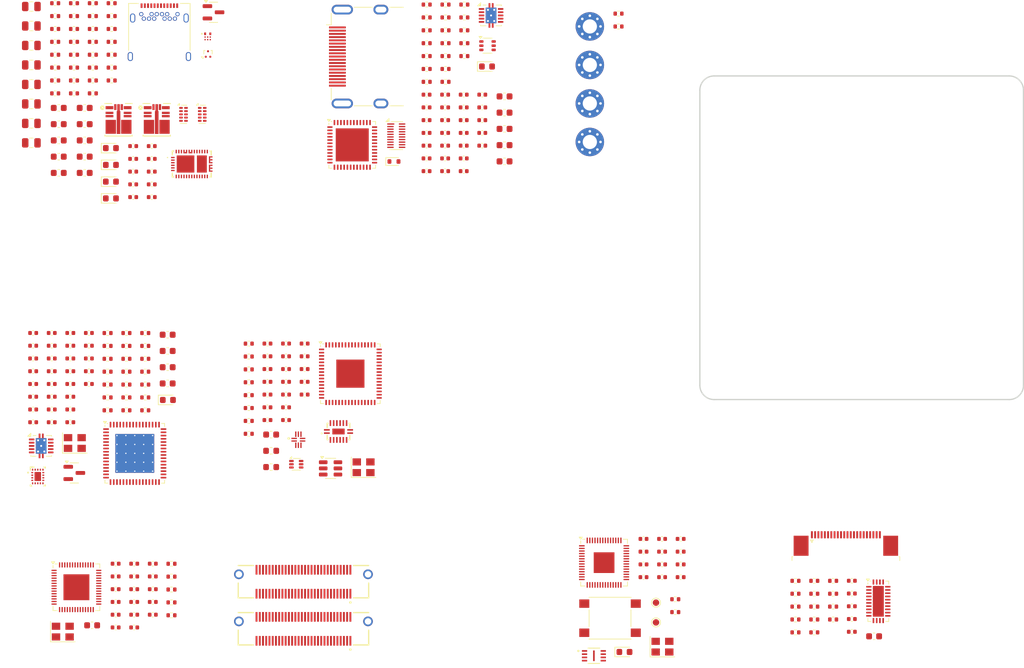
<source format=kicad_pcb>
(kicad_pcb (version 20240108) (generator "pcbnew") (generator_version "8.0")
  (layers (0 "F.Cu" signal) (1 "In1.Cu" signal) (2 "In2.Cu" signal) (3 "In3.Cu" signal) (4 "In4.Cu" signal) (5 "In5.Cu" signal) (6 "In6.Cu" signal) (31 "B.Cu" signal) (34 "B.Paste" user) (35 "F.Paste" user) (36 "B.SilkS" user "B.Silkscreen") (37 "F.SilkS" user "F.Silkscreen") (38 "B.Mask" user) (39 "F.Mask" user) (44 "Edge.Cuts" user))
  (net 0 "")
  (net 1 "/Top/Power/VBUS_IN")
  (net 2 "GND")
  (net 3 "/Top/Power/PP_VUSB_R")
  (net 4 "+3V3")
  (net 5 "/Top/Power/USB_CC1")
  (net 6 "/Top/Power/USB_CC2")
  (net 7 "/Top/Power/VIN_3V3")
  (net 8 "/Top/Power/LDO_3V3")
  (net 9 "/Top/Power/LDO_1V5")
  (net 10 "Net-(U3-VCC)")
  (net 11 "+1V8")
  (net 12 "Net-(U6-VCC)")
  (net 13 "/Top/USB-JTAG/FT_VPLL")
  (net 14 "/Top/USB-JTAG/FT2232_VCORE")
  (net 15 "/Top/USB-JTAG/FT_VPHY")
  (net 16 "/Top/USB-JTAG/FT2232_XI")
  (net 17 "/Top/USB-JTAG/FT2232_XO")
  (net 18 "/Top/USB-FIFO/FT600_VCORE")
  (net 19 "/Top/USB-FIFO/FT600_XI")
  (net 20 "/Top/USB-FIFO/FT600_XO")
  (net 21 "/Top/MCU/MCU_1V1")
  (net 22 "/Top/MCU/MCU_XI")
  (net 23 "/Top/MCU/MCU_XO")
  (net 24 "+1V1")
  (net 25 "Net-(U16-SS)")
  (net 26 "/Top/USB Hub/USB_FIFO_TX_P")
  (net 27 "/Top/USB Hub/SSTX1_P")
  (net 28 "/Top/USB Hub/RXA_N")
  (net 29 "/Top/USB Hub/USB3_RX_N")
  (net 30 "/Top/USB Hub/SSTX1_N")
  (net 31 "/Top/USB Hub/USB_FIFO_TX_N")
  (net 32 "/Top/USB Hub/USB3_RX_P")
  (net 33 "/Top/USB Hub/RXA_P")
  (net 34 "/Top/USB Hub/TXC_1_N")
  (net 35 "/Top/Power/USB3_TX1_N")
  (net 36 "/Top/USB Hub/TXA_N")
  (net 37 "/Top/USB Hub/USB3_TX_N")
  (net 38 "Net-(U18-GRSTz)")
  (net 39 "/Top/USB Hub/TXC_1_P")
  (net 40 "/Top/Power/USB3_TX1_P")
  (net 41 "/Top/USB Hub/USB3_TX_P")
  (net 42 "/Top/USB Hub/TXA_P")
  (net 43 "/Top/USB Hub/TXC_2_N")
  (net 44 "/Top/Power/USB3_TX2_N")
  (net 45 "/Top/USB Hub/TXC_2_P")
  (net 46 "/Top/Power/USB3_TX2_P")
  (net 47 "/Top/USB Hub/HUB_XO")
  (net 48 "/Top/USB Hub/HUB_XI")
  (net 49 "+5V")
  (net 50 "/Top/HDMI/PP_1V1_HDMI")
  (net 51 "Net-(U19-SS)")
  (net 52 "/Top/HDMI/HDMI_C_D2_N")
  (net 53 "/Top/B2B/HDMI_D2_N")
  (net 54 "/Top/HDMI/HDMI_C_D2_P")
  (net 55 "/Top/B2B/HDMI_D2_P")
  (net 56 "Net-(C129-Pad1)")
  (net 57 "/Top/B2B/HDMI_D1_N")
  (net 58 "/Top/HDMI/HDMI_C_D1_N")
  (net 59 "/Top/B2B/HDMI_D1_P")
  (net 60 "/Top/HDMI/HDMI_C_D1_P")
  (net 61 "/Top/B2B/HDMI_D0_N")
  (net 62 "/Top/HDMI/HDMI_C_D0_N")
  (net 63 "/Top/HDMI/HDMI_C_D0_P")
  (net 64 "/Top/B2B/HDMI_D0_P")
  (net 65 "/Top/B2B/HDMI_CLK_N")
  (net 66 "/Top/HDMI/HDMI_C_CLK_N")
  (net 67 "/Top/HDMI/HDMI_C_CLK_P")
  (net 68 "/Top/B2B/HDMI_CLK_P")
  (net 69 "/Top/HDMI/HDMI_C_AUX_N")
  (net 70 "/Top/B2B/HDMI_AUX_N")
  (net 71 "/Top/HDMI/HDMI_C_AUX_P")
  (net 72 "/Top/B2B/HDMI_AUX_P")
  (net 73 "/Top/B2B/HDMI_OE")
  (net 74 "/Top/Camera FPC/MIPI_VCORE")
  (net 75 "Net-(D1-A)")
  (net 76 "Net-(D1-K)")
  (net 77 "Net-(D2-A)")
  (net 78 "Net-(D3-K)")
  (net 79 "Net-(D3-A)")
  (net 80 "Net-(D4-A)")
  (net 81 "Net-(D4-K)")
  (net 82 "Net-(D5-A)")
  (net 83 "Net-(D6-K)")
  (net 84 "Net-(D6-A)")
  (net 85 "Net-(D7-K)")
  (net 86 "Net-(D7-A)")
  (net 87 "/Top/HDMI/HDMI_C_CEC")
  (net 88 "Net-(D8-A)")
  (net 89 "/Top/Power/USB2_D_N")
  (net 90 "/Top/Power/USB3_RX1_P")
  (net 91 "/Top/Power/USB3_RX2_P")
  (net 92 "/Top/Power/USB3_RX1_N")
  (net 93 "/Top/Power/USB3_RX2_N")
  (net 94 "/Top/Power/USB2_D_P")
  (net 97 "/Top/B2B/FT600_RST")
  (net 98 "/Top/B2B/FT600_RD")
  (net 99 "/Top/B2B/HDMI_TX_TERM_CTL")
  (net 100 "/Top/B2B/HDMI_I2C_EN")
  (net 101 "/Top/B2B/JTAG_TDI")
  (net 102 "/Top/B2B/FIFO_BE1")
  (net 103 "/Top/B2B/JTAG_TCK")
  (net 104 "/Top/B2B/HDMI_HPD_SRC")
  (net 105 "/Top/B2B/JTAG_TDO")
  (net 106 "/Top/PP_VUSB")
  (net 107 "/Top/B2B/FT600_RXE")
  (net 108 "/Top/B2B/HDMI_EQ_SEL")
  (net 109 "/Top/B2B/HDMI_SCL_SRC")
  (net 110 "/Top/B2B/USB_SYSMON_D_N")
  (net 111 "/Top/B2B/FT600_OE")
  (net 112 "/Top/B2B/USB_SYSMON_D_P")
  (net 113 "/Top/B2B/HDMI_CEC")
  (net 114 "/Top/B2B/HDMI_SDA_SRC")
  (net 115 "/Top/B2B/HDMI_SLEW_CTL")
  (net 116 "/Top/B2B/HDMI_CEC_EN")
  (net 117 "/Top/B2B/UART_RX")
  (net 118 "/Top/B2B/FT600_WR")
  (net 119 "/Top/B2B/HDMI_SWAP")
  (net 120 "/Top/B2B/FPGA_I2C_SCL")
  (net 121 "/Top/B2B/HDMI_PRE_SEL")
  (net 122 "/Top/B2B/FPGA_I2C_SDA")
  (net 123 "/Top/B2B/FT600_WAKEUP")
  (net 124 "/Top/B2B/JTAG_TMS")
  (net 125 "/Top/B2B/HDMI_SEL")
  (net 126 "/Top/B2B/UART_TX")
  (net 127 "/Top/B2B/FIFO_BE0")
  (net 128 "/Top/B2B/FT600_TXE")
  (net 129 "/Top/B2B/MBUS_D8")
  (net 130 "/Top/B2B/MIPI_D1_N")
  (net 131 "/Top/B2B/MBUS_D13")
  (net 132 "/Top/B2B/MIPI_CLK_N")
  (net 133 "/Top/B2B/FIFO_D10")
  (net 134 "/Top/B2B/FIFO_D2")
  (net 135 "/Top/B2B/CAM_PWR_EN")
  (net 136 "/Top/B2B/MBUS_D0")
  (net 137 "/Top/B2B/MBUS_D1")
  (net 138 "/Top/B2B/FIFO_D7")
  (net 139 "/Top/B2B/FIFO_D1")
  (net 140 "/Top/B2B/MIPI_D0_N")
  (net 141 "/Top/B2B/FIFO_D5")
  (net 142 "/Top/B2B/FIFO_D3")
  (net 143 "/Top/B2B/FIFO_D14")
  (net 144 "/Top/B2B/MBUS_D11")
  (net 145 "/Top/B2B/FIFO_CLK")
  (net 146 "/Top/B2B/MBUS_D4")
  (net 147 "/Top/B2B/FIFO_D15")
  (net 148 "/Top/B2B/FIFO_D0")
  (net 149 "/Top/B2B/MBUS_D9")
  (net 150 "/Top/B2B/MBUS_D7")
  (net 151 "/Top/B2B/MIPI_D0_P")
  (net 152 "/Top/B2B/MIPI_CLK_P")
  (net 153 "/Top/B2B/FIFO_D4")
  (net 154 "/Top/B2B/MBUS_D12")
  (net 155 "/Top/B2B/MIPI_D1_P")
  (net 156 "/Top/B2B/FIFO_D13")
  (net 157 "/Top/B2B/FIFO_D6")
  (net 158 "/Top/B2B/MIPI_D3_P")
  (net 159 "/Top/B2B/FIFO_D9")
  (net 160 "/Top/B2B/MIPI_D2_N")
  (net 161 "/Top/B2B/MBUS_D15")
  (net 162 "/Top/B2B/FIFO_D11")
  (net 163 "/Top/B2B/MIPI_D2_P")
  (net 164 "/Top/B2B/MBUS_D3")
  (net 165 "/Top/B2B/FIFO_D8")
  (net 166 "/Top/B2B/MBUS_D6")
  (net 167 "/Top/B2B/FIFO_D12")
  (net 168 "/Top/B2B/MBUS_D2")
  (net 169 "/Top/B2B/MBUS_D5")
  (net 170 "/Top/B2B/MBUS_D14")
  (net 171 "/Top/B2B/MIPI_D3_N")
  (net 172 "/Top/B2B/MBUS_D10")
  (net 173 "/Top/B2B/CAM_LED_EN")
  (net 174 "/Top/HDMI/HDMI_C_HPD")
  (net 175 "/Top/HDMI/HDMI_C_SCL")
  (net 176 "/Top/HDMI/HDMI_C_SDA")
  (net 177 "Net-(J4-UTILITY)")
  (net 178 "/Top/Camera FPC/CAM_SDA")
  (net 179 "/Top/Camera FPC/CAM_D2_N")
  (net 180 "/Top/Camera FPC/CAM_D0_P")
  (net 181 "/Top/Camera FPC/CAM_D1_N")
  (net 182 "/Top/Camera FPC/CAM_D3_N")
  (net 183 "/Top/Camera FPC/CAM_D3_P")
  (net 184 "/Top/Camera FPC/CAM_SCL")
  (net 185 "/Top/Camera FPC/CAM_D0_N")
  (net 186 "/Top/Camera FPC/CAM_CLK_N")
  (net 187 "/Top/Camera FPC/CAM_D1_P")
  (net 188 "/Top/Camera FPC/CAM_D2_P")
  (net 189 "/Top/Camera FPC/CAM_CLK_P")
  (net 190 "Net-(Q2-D)")
  (net 191 "/Top/MCU/USBPD_PLG_FLIP")
  (net 192 "/Top/Power/VUSB_ISNS_SCL")
  (net 193 "/Top/MCU/I2C0_SCL")
  (net 194 "/Top/MCU/I2C0_SDA")
  (net 195 "/Top/MCU/VUSB_ISNS_ALRT")
  (net 196 "/Top/Power/VUSB_ISNS_SDA")
  (net 197 "/Top/Power/I2CT_SCL")
  (net 198 "/Top/Power/I2CT_SDA")
  (net 199 "/Top/Power/USBPD_ADCIN1")
  (net 200 "/Top/Power/USBPD_ADCIN2")
  (net 201 "/Top/Power/USBPD_ADCIN3")
  (net 202 "/Top/Power/USBPD_ADCIN4")
  (net 203 "Net-(R20-Pad2)")
  (net 204 "Net-(R21-Pad2)")
  (net 205 "Net-(R22-Pad2)")
  (net 206 "/Top/Power/PP3V3_FB")
  (net 207 "Net-(U3-RT)")
  (net 208 "/Top/Power/PP1V8_FB")
  (net 209 "Net-(U6-RT)")
  (net 210 "/Top/USB-JTAG/JTAG_ON")
  (net 211 "Net-(U9-REF)")
  (net 212 "Net-(U9-~{RESET})")
  (net 213 "/Top/USB-JTAG/FT2232_EPROM_CS")
  (net 214 "/Top/USB-JTAG/FT2232_EPROM_CLK")
  (net 215 "/Top/USB-JTAG/FT2232_EPROM_DO")
  (net 216 "/Top/USB-FIFO/FT600_VUSB")
  (net 217 "/Top/USB-FIFO/FT600_SIWU")
  (net 218 "Net-(SW1-B)")
  (net 219 "/Top/MCU/QSPI_CS")
  (net 220 "Net-(U15-GPIO25)")
  (net 221 "/Top/USB Hub/PP1V1_FB")
  (net 222 "/Top/USB Hub/USB2_RD_N")
  (net 223 "/Top/USB Hub/USB2_RD_P")
  (net 224 "/Top/USB Hub/USB_VBUS_DET")
  (net 225 "/Top/USB Hub/USB_FIFO_D_P")
  (net 226 "/Top/USB Hub/USB1D_P")
  (net 227 "/Top/USB Hub/USB1D_N")
  (net 228 "/Top/USB Hub/USB_FIFO_D_N")
  (net 229 "/Top/USB Hub/USB2D_P")
  (net 230 "/Top/USB Hub/USB_JTAG_D_P")
  (net 231 "/Top/USB Hub/USB2D_N")
  (net 232 "/Top/USB Hub/USB_JTAG_D_N")
  (net 233 "Net-(U18-USB_R1)")
  (net 234 "/Top/USB Hub/USB3D_P")
  (net 235 "/Top/MCU/USB_MCU_D_P")
  (net 236 "/Top/MCU/USB_MCU_D_N")
  (net 237 "/Top/USB Hub/USB3D_N")
  (net 238 "Net-(U17-CFG_B2)")
  (net 239 "/Top/USB Hub/USB4D_P")
  (net 240 "/Top/USB Hub/USB4D_N")
  (net 241 "/Top/HDMI/PP1V1H_FB")
  (net 242 "/Top/HDMI/HDMI_F_EQ_SEL")
  (net 243 "/Top/HDMI/HDMI_F_SEL")
  (net 244 "/Top/HDMI/HDMI_F_CEC_EN")
  (net 245 "Net-(U21-OE)")
  (net 246 "/Top/HDMI/HDMI_SCL_CTL")
  (net 247 "/Top/HDMI/HDMI_SDA_CTL")
  (net 248 "/Top/Camera FPC/I2C1_SCL")
  (net 249 "/Top/Camera FPC/I2C1_SDA")
  (net 250 "Net-(U20-Vsadj)")
  (net 251 "/Top/Camera FPC/EQ")
  (net 252 "/Top/Camera FPC/ERC")
  (net 253 "/Top/Camera FPC/RST")
  (net 254 "/Top/Camera FPC/CFG0")
  (net 255 "/Top/Camera FPC/CFG1")
  (net 256 "Net-(U15-SWCLK)")
  (net 257 "Net-(U15-SWD)")
  (net 258 "/Top/Power/USBPD_DRAIN")
  (net 259 "/Top/MCU/USBPD_CAP_MIS")
  (net 260 "/Top/MCU/USBPD_DBG_ACC")
  (net 261 "/Top/MCU/USBPD_PLG_EVNT")
  (net 262 "/Top/MCU/USBPD_FLT_IN")
  (net 263 "/Top/MCU/USBPD_SINK_EN")
  (net 270 "/Top/USB-JTAG/FT_JTAG_TMS")
  (net 271 "/Top/USB-JTAG/FT_JTAG_TDO")
  (net 272 "/Top/USB-JTAG/FT_JTAG_TDI")
  (net 273 "/Top/USB-JTAG/FT_JTAG_CONN_B")
  (net 274 "/Top/USB-JTAG/FT_JTAG_TCK")
  (net 276 "/Top/USB-JTAG/FT_UART_TX")
  (net 283 "/Top/USB-JTAG/FT_UART_RX")
  (net 296 "/Top/USB-JTAG/FT2232_EPROM_DI")
  (net 303 "/Top/USB-JTAG/FT_JTAG_CONN")
  (net 306 "/Top/USB Hub/USB_FIFO_RX_P")
  (net 309 "/Top/USB Hub/USB_FIFO_RX_N")
  (net 310 "/Top/MCU/QSPI_D1")
  (net 311 "/Top/MCU/QSPI_CLK")
  (net 312 "/Top/MCU/QSPI_D3")
  (net 313 "/Top/MCU/QSPI_D2")
  (net 314 "/Top/MCU/QSPI_D0")
  (net 344 "/Top/HDMI/HDMI_F_PRE_SEL")
  (net 345 "/Top/HDMI/HDMI_F_I2C_EN")
  (net 346 "/Top/HDMI/HDMI_F_TX_TERM")
  (net 347 "/Top/HDMI/HDMI_F_SLEW")
  (net 348 "/Top/HDMI/HDMI_F_SWAP")
  (footprint "Capacitor_SMD:C_0402_1005Metric" (layer "F.Cu") (at 42.31 85.78)
    (property "Reference" "C21" (hide yes))
    (property "Value" "1uF")
  )
  (footprint "Package_TO_SOT_SMD:Texas_DRT-3" (layer "F.Cu") (at 51.005 67.61)
    (property "Reference" "U4" (hide yes))
    (property "Value" "TPD2EUSB30A")
  )
  (footprint "Resistor_SMD:R_0402_1005Metric" (layer "F.Cu") (at 36.12 61.75)
    (property "Reference" "R28" (hide yes))
    (property "Value" "1K")
  )
  (footprint "Capacitor_SMD:C_0402_1005Metric" (layer "F.Cu") (at 87.64 81.77)
    (property "Reference" "C128" (hide yes))
    (property "Value" "100nF")
  )
  (footprint "Capacitor_SMD:C_0402_1005Metric" (layer "F.Cu") (at 29.7275 110.7125)
    (property "Reference" "C99" (hide yes))
    (property "Value" "100nF")
  )
  (footprint "Package_SON:VSON-10-1EP_3x3mm_P0.5mm_EP1.65x2.4mm_ThermalVias" (layer "F.Cu") (at 25.2275 128.1625)
    (property "Reference" "U16" (hide yes))
    (property "Value" "TPS74801AWDRC")
  )
  (footprint "Capacitor_SMD:C_0402_1005Metric" (layer "F.Cu") (at 121.16 142.53)
    (property "Reference" "C71" (hide yes))
    (property "Value" "100nF")
  )
  (footprint "Resistor_SMD:R_0402_1005Metric" (layer "F.Cu") (at 147.59 149.01)
    (property "Reference" "R99" (hide yes))
    (property "Value" "33R")
  )
  (footprint "Resistor_SMD:R_0402_1005Metric" (layer "F.Cu") (at 36.12 69.71)
    (property "Reference" "R32" (hide yes))
    (property "Value" "26.7K")
  )
  (footprint "Capacitor_SMD:C_0402_1005Metric" (layer "F.Cu") (at 84.77 73.89)
    (property "Reference" "C112" (hide yes))
    (property "Value" "1uF")
  )
  (footprint "Resistor_SMD:R_0402_1005Metric" (layer "F.Cu") (at 27.39 59.76)
    (property "Reference" "R3" (hide yes))
    (property "Value" "33R")
  )
  (footprint "Resistor_SMD:R_0402_1005Metric" (layer "F.Cu") (at 41.3075 114.7025)
    (property "Reference" "R65" (hide yes))
    (property "Value" "10K")
  )
  (footprint "Button_Switch_SMD:SW_SPST_PTS645" (layer "F.Cu") (at 113.12 154.78)
    (property "Reference" "SW1" (hide yes))
    (property "Value" "RST")
  )
  (footprint "Resistor_SMD:R_0402_1005Metric" (layer "F.Cu") (at 84.79 69.92)
    (property "Reference" "R75" (hide yes))
    (property "Value" "0R")
  )
  (footprint "LED_SMD:LED_0603_1608Metric" (layer "F.Cu") (at 44.8075 121.0625)
    (property "Reference" "D6" (hide yes))
    (property "Value" "1V1 FLT")
  )
  (footprint "Resistor_SMD:R_0402_1005Metric" (layer "F.Cu") (at 90.61 59.97)
    (property "Reference" "R84" (hide yes))
    (property "Value" "33R")
  )
  (footprint "Capacitor_SMD:C_0402_1005Metric" (layer "F.Cu") (at 90.51 81.77)
    (property "Reference" "C135" (hide yes))
    (property "Value" "100nF")
  )
  (footprint "Package_DFN_QFN:QFN-28-1EP_3x6mm_P0.5mm_EP1.7x4.75mm" (layer "F.Cu") (at 154.57 152.17)
    (property "Reference" "U23" (hide yes))
    (property "Value" "SN65DPHY440SS")
  )
  (footprint "Capacitor_SMD:C_0402_1005Metric" (layer "F.Cu") (at 39.6 154.24)
    (property "Reference" "C60" (hide yes))
    (property "Value" "1uF")
  )
  (footprint "Capacitor_SMD:C_0402_1005Metric" (layer "F.Cu") (at 39.44 81.84)
    (property "Reference" "C2" (hide yes))
    (property "Value" "100nF")
  )
  (footprint "Capacitor_SMD:C_0402_1005Metric" (layer "F.Cu") (at 63.06 118.26)
    (property "Reference" "C39" (hide yes))
    (property "Value" "100nF")
  )
  (footprint "Capacitor_SMD:C_0402_1005Metric" (layer "F.Cu") (at 60.19 122.2)
    (property "Reference" "C34" (hide yes))
    (property "Value" "100nF")
  )
  (footprint "Capacitor_SMD:C_0402_1005Metric" (layer "F.Cu") (at 84.77 83.74)
    (property "Reference" "C121" (hide yes))
    (property "Value" "100nF")
  )
  (footprint "Capacitor_SMD:C_0402_1005Metric" (layer "F.Cu") (at 124.03 148.44)
    (property "Reference" "C78" (hide yes))
    (property "Value" "18pF")
  )
  (footprint "Resistor_SMD:R_0402_1005Metric" (layer "F.Cu") (at 87.7 63.95)
    (property "Reference" "R79" (hide yes))
    (property "Value" "100K")
  )
  (footprint "MountingHole:MountingHole_2.2mm_M2_Pad_Via" (layer "F.Cu") (at 110 81.2)
    (property "Reference" "TP4" (hide yes))
    (property "Value" "MH")
  )
  (footprint "Package_SON:USON-10_2.5x1.0mm_P0.5mm" (layer "F.Cu") (at 50.11 76.935)
    (property "Reference" "U7" (hide yes))
    (property "Value" "TPD4EUSB30")
  )
  (footprint "Capacitor_SMD:C_0402_1005Metric" (layer "F.Cu") (at 42.47 148.33)
    (property "Reference" "C63" (hide yes))
    (property "Value" "100nF")
  )
  (footprint "Connector_USB:USB_C_Receptacle_Amphenol_12401548E4-2A" (layer "F.Cu") (at 43.49 65.16)
    (property "Reference" "J1" (hide yes))
    (property "Value" "USB_C_Receptacle")
  )
  (footprint "Capacitor_SMD:C_0603_1608Metric" (layer "F.Cu") (at 27.94 75.94)
    (property "Reference" "C1" (hide yes))
    (property "Value" "10uF")
  )
  (footprint "Resistor_SMD:R_0402_1005Metric" (layer "F.Cu") (at 147.59 154.98)
    (property "Reference" "R102" (hide yes))
    (property "Value" "33R")
  )
  (footprint "Capacitor_SMD:C_0402_1005Metric" (layer "F.Cu") (at 42.47 152.27)
    (property "Reference" "C65" (hide yes))
    (property "Value" "18pF")
  )
  (footprint "Resistor_SMD:R_0402_1005Metric" (layer "F.Cu") (at 30.3 67.72)
    (property "Reference" "R15" (hide yes))
    (property "Value" "190K")
  )
  (footprint "Resistor_SMD:R_0402_1005Metric" (layer "F.Cu") (at 33.21 63.74)
    (property "Reference" "R21" (hide yes))
    (property "Value" "10K")
  )
  (footprint "Capacitor_SMD:C_0603_1608Metric" (layer "F.Cu") (at 31.95 75.94)
    (property "Reference" "C16" (hide yes))
    (property "Value" "10uF")
  )
  (footprint "Capacitor_SMD:C_0402_1005Metric" (layer "F.Cu") (at 26.8575 120.5625)
    (property "Reference" "C96" (hide yes))
    (property "Value" "100nF")
  )
  (footprint "Resistor_SMD:R_0402_1005Metric" (layer "F.Cu") (at 45.36 146.37)
    (property "Reference" "R42" (hide yes))
    (property "Value" "5.1K")
  )
  (footprint "Capacitor_SMD:C_0402_1005Metric" (layer "F.Cu") (at 87.64 83.74)
    (property "Reference" "C129" (hide yes))
    (property "Value" "10nF")
  )
  (footprint "Resistor_SMD:R_0402_1005Metric" (layer "F.Cu") (at 35.4875 116.6925)
    (property "Reference" "R52" (hide yes))
    (property "Value" "33R")
  )
  (footprint "Capacitor_SMD:C_0402_1005Metric" (layer "F.Cu") (at 39.6 146.36)
    (property "Reference" "C56" (hide yes))
    (property "Value" "100nF")
  )
  (footprint "Capacitor_SMD:C_0402_1005Metric" (layer "F.Cu") (at 90.51 73.89)
    (property "Reference" "C131" (hide yes))
    (property "Value" "100nF")
  )
  (footprint "Capacitor_SMD:C_0402_1005Metric" (layer "F.Cu") (at 124.03 146.47)
    (property "Reference" "C77" (hide yes))
    (property "Value" "18pF")
  )
  (footprint "Resistor_SMD:R_0402_1005Metric" (layer "F.Cu") (at 41.3075 116.6925)
    (property "Reference" "R66" (hide yes))
    (property "Value" "10K")
  )
  (footprint "Capacitor_SMD:C_0402_1005Metric" (layer "F.Cu") (at 150.48 152.94)
    (property "Reference" "C145" (hide yes))
    (property "Value" "100nF")
  )
  (footprint "Capacitor_SMD:C_0402_1005Metric" (layer "F.Cu") (at 42.31 83.81)
    (property "Reference" "C17" (hide yes))
    (property "Value" "100nF")
  )
  (footprint "Package_TO_SOT_SMD:SOT-23" (layer "F.Cu") (at 30.3475 132.3375)
    (property "Reference" "Q2" (hide yes))
    (property "Value" "IRLML6244")
  )
  (footprint "Capacitor_SMD:C_0402_1005Metric" (layer "F.Cu") (at 65.93 116.29)
    (property "Reference" "C46" (hide yes))
    (property "Value" "18pF")
  )
  (footprint "Resistor_SMD:R_0402_1005Metric" (layer "F.Cu") (at 87.7 67.93)
    (property "Reference" "R81" (hide yes))
    (property "Value" "1K")
  )
  (footprint "Capacitor_SMD:C_0402_1005Metric" (layer "F.Cu") (at 23.9875 116.6225)
    (property "Reference" "C86" (hide yes))
    (property "Value" "100nF")
  )
  (footprint "Resistor_SMD:R_0402_1005Metric" (layer "F.Cu") (at 84.79 63.95)
    (property "Reference" "R72" (hide yes))
    (property "Value" "3.3K")
  )
  (footprint "Capacitor_SMD:C_0402_1005Metric" (layer "F.Cu") (at 84.77 81.77)
    (property "Reference" "C120" (hide yes))
    (property "Value" "100nF")
  )
  (footprint "Capacitor_SMD:C_0402_1005Metric" (layer "F.Cu") (at 87.64 79.8)
    (property "Reference" "C127" (hide yes))
    (property "Value" "100nF")
  )
  (footprint "Capacitor_SMD:C_0402_1005Metric" (layer "F.Cu") (at 23.9875 118.5925)
    (property "Reference" "C87" (hide yes))
    (property "Value" "100nF")
  )
  (footprint "Resistor_SMD:R_0402_1005Metric" (layer "F.Cu") (at 57.3 114.35)
    (property "Reference" "R35" (hide yes))
    (property "Value" "10K")
  )
  (footprint "Capacitor_SMD:C_0402_1005Metric" (layer "F.Cu") (at 60.19 116.29)
    (property "Reference" "C31" (hide yes))
    (property "Value" "100nF")
  )
  (footprint "Resistor_SMD:R_0402_1005Metric" (layer "F.Cu") (at 57.3 126.29)
    (property "Reference" "R41" (hide yes))
    (property "Value" "2.2K")
  )
  (footprint "Resistor_SMD:R_0402_1005Metric" (layer "F.Cu") (at 144.68 149.01)
    (property "Reference" "R94" (hide yes))
    (property "Value" "10K")
  )
  (footprint "Resistor_SMD:R_0402_1005Metric" (layer "F.Cu") (at 38.3975 122.6625)
    (property "Reference" "R62" (hide yes))
    (property "Value" "1M")
  )
  (footprint "Capacitor_SMD:C_0402_1005Metric" (layer "F.Cu") (at 42.47 154.24)
    (property "Reference" "C66" (hide yes))
    (property "Value" "18pF")
  )
  (footprint "Connector_Video:HDMI_A_Molex_208658-1001_Horizontal" (layer "F.Cu") (at 74.28 68)
    (property "Reference" "J4" (hide yes))
    (property "Value" "HDMI_A")
  )
  (footprint "Capacitor_SMD:C_0402_1005Metric" (layer "F.Cu") (at 84.77 85.71)
    (property "Reference" "C122" (hide yes))
    (property "Value" "100nF")
  )
  (footprint "Package_SON:USON-10_2.5x1.0mm_P0.5mm" (layer "F.Cu") (at 47.215 76.935)
    (property "Reference" "U5" (hide yes))
    (property "Value" "TPD4EUSB30")
  )
  (footprint "Capacitor_SMD:C_0402_1005Metric" (layer "F.Cu") (at 39.6 148.33)
    (property "Reference" "C57" (hide yes))
    (property "Value" "100nF")
  )
  (footprint "Resistor_SMD:R_0402_1005Metric" (layer "F.Cu") (at 35.4875 112.7125)
    (property "Reference" "R50" (hide yes))
    (property "Value" "10K")
  )
  (footprint "Capacitor_SMD:C_0805_2012Metric" (layer "F.Cu") (at 23.71 75.32)
    (property "Reference" "C19" (hide yes))
    (property "Value" "22uF")
  )
  (footprint "Capacitor_SMD:C_0805_2012Metric" (layer "F.Cu") (at 23.71 63.28)
    (property "Reference" "C6" (hide yes))
    (property "Value" "22uF")
  )
  (footprint "Capacitor_SMD:C_0402_1005Metric" (layer "F.Cu") (at 65.93 118.26)
    (property "Reference" "C47" (hide yes))
    (property "Value" "100nF")
  )
  (footprint "Capacitor_SMD:C_0603_1608Metric" (layer "F.Cu") (at 27.94 80.96)
    (property "Reference" "C13" (hide yes))
    (property "Value" "10uF")
  )
  (footprint "LED_SMD:LED_0603_1608Metric" (layer "F.Cu") (at 36 84.74)
    (property "Reference" "D2" (hide yes))
    (property "Value" "3V3 ON")
  )
  (footprint "Capacitor_SMD:C_0402_1005Metric" (layer "F.Cu") (at 42.47 146.36)
    (property "Reference" "C62" (hide yes))
    (property "Value" "100nF")
  )
  (footprint "Capacitor_SMD:C_0402_1005Metric" (layer "F.Cu") (at 150.48 149)
    (property "Reference" "C143" (hide yes))
    (property "Value" "100nF")
  )
  (footprint "Resistor_SMD:R_0402_1005Metric" (layer "F.Cu") (at 123.2 151.85)
    (property "Reference" "R47" (hide yes))
    (property "Value" "10K")
  )
  (footprint "Capacitor_SMD:C_0402_1005Metric" (layer "F.Cu") (at 65.93 114.32)
    (property "Reference" "C45" (hide yes))
    (property "Value" "18pF")
  )
  (footprint "Resistor_SMD:R_0402_1005Metric" (layer "F.Cu") (at 114.43 61.37)
    (property "Reference" "R1" (hide yes))
    (property "Value" "3.3K")
  )
  (footprint "Capacitor_SMD:C_0402_1005Metric" (layer "F.Cu") (at 23.9875 114.6525)
    (property "Reference" "C85" (hide yes))
    (property "Value" "100nF")
  )
  (footprint "Capacitor_SMD:C_0603_1608Metric" (layer "F.Cu") (at 96.82 76.67)
    (property "Reference" "C115" (hide yes))
    (property "Value" "10uF")
  )
  (footprint "Capacitor_SMD:C_0402_1005Metric" (layer "F.Cu") (at 63.06 124.17)
    (property "Reference" "C43" (hide yes))
    (property "Value" "100nF")
  )
  (footprint "Capacitor_SMD:C_0402_1005Metric" (layer "F.Cu") (at 36.73 156.21)
    (property "Reference" "C55" (hide yes))
    (property "Value" "100nF")
  )
  (footprint "Oscillator:Oscillator_SMD_Abracon_ASE-4Pin_3.2x2.5mm" (layer "F.Cu") (at 75.04 131.46)
    (property "Reference" "Y1" (hide yes))
    (property "Value" "12Mhz")
  )
  (footprint "Capacitor_SMD:C_0603_1608Metric" (layer "F.Cu") (at 96.82 84.2)
    (property "Reference" "C124" (hide yes))
    (property "Value" "10uF")
  )
  (footprint "Package_TO_SOT_SMD:SOT-563" (layer "F.Cu") (at 64.64 130.995)
    (property "Reference" "U10" (hide yes))
    (property "Value" "74LVC1G97")
  )
  (footprint "Resistor_SMD:R_0402_1005Metric" (layer "F.Cu") (at 27.39 67.72)
    (property "Reference" "R7" (hide yes))
    (property "Value" "33R")
  )
  (footprint "Capacitor_SMD:C_0402_1005Metric" (layer "F.Cu") (at 26.8575 122.5325)
    (property "Reference" "C97" (hide yes))
    (property "Value" "100nF")
  )
  (footprint "Resistor_SMD:R_0402_1005Metric" (layer "F.Cu") (at 45.36 150.35)
    (property "Reference" "R44" (hide yes))
    (property "Value" "10K")
  )
  (footprint "Oscillator:Oscillator_SMD_Abracon_ASE-4Pin_3.2x2.5mm" (layer "F.Cu") (at 28.57 156.85)
    (property "Reference" "Y2" (hide yes))
    (property "Value" "30Mhz")
  )
  (footprint "Capacitor_SMD:C_0402_1005Metric" (layer "F.Cu") (at 42.47 150.3)
    (property "Reference" "C64" (hide yes))
    (property "Value" "100nF")
  )
  (footprint "Capacitor_SMD:C_0402_1005Metric" (layer "F.Cu") (at 23.9875 124.5025)
    (property "Reference" "C90" (hide yes))
    (property "Value" "100nF")
  )
  (footprint "Package_TO_SOT_SMD:SOT-363_SC-70-6" (layer "F.Cu") (at 94.19 66.325)
    (property "Reference" "U22" (hide yes))
    (property "Value" "TXB0101DCK")
  )
  (footprint "Resistor_SMD:R_0402_1005Metric" (layer "F.Cu") (at 87.7 69.92)
    (property "Reference" "R82" (hide yes))
    (property "Value" "1K")
  )
  (footprint "Resistor_SMD:R_0402_1005Metric" (layer "F.Cu") (at 35.4875 122.6625)
    (property "Reference" "R55" (hide yes))
    (property "Value" "33R")
  )
  (footprint "Capacitor_SMD:C_0402_1005Metric" (layer "F.Cu") (at 23.9875 110.7125)
    (property "Reference" "C79" (hide yes))
    (property "Value" "1uF")
  )
  (footprint "Resistor_SMD:R_0402_1005Metric" (layer "F.Cu") (at 41.3075 118.6825)
    (property "Reference" "R67" (hide yes))
    (property "Value" "33R")
  )
  (footprint "Capacitor_SMD:C_0603_1608Metric" (layer "F.Cu") (at 96.82 79.18)
    (property "Reference" "C116" (hide yes))
    (property "Value" "10uF")
  )
  (footprint "Diode_SMD:D_SOD-523" (layer "F.Cu") (at 79.735 84.22)
    (property "Reference" "D8" (hide yes))
    (property "Value" "BAS516")
  )
  (footprint "Package_DFN_QFN:QFN-48-1EP_7x7mm_P0.5mm_EP5.1x5.1mm" (layer "F.Cu") (at 73.29 81.65)
    (property "Reference" "U20" (hide yes))
    (property "Value" "SN75DP159RGZ")
  )
  (footprint "Capacitor_SMD:C_0402_1005Metric" (layer "F.Cu") (at 32.5975 112.6825)
    (property "Reference" "C108" (hide yes))
    (property "Value" "100nF")
  )
  (footprint "Package_DFN_QFN:QFN-64-1EP_9x9mm_P0.5mm_EP6x6mm_ThermalVias" (layer "F.Cu") (at 39.6875 129.3125)
    (property "Reference" "U18" (hide yes))
    (property "Value" "TUSB8041")
  )
  (footprint "Resistor_SMD:R_0402_1005Metric" (layer "F.Cu") (at 84.79 71.91)
    (property "Reference" "R76" (hide yes))
    (property "Value" "1M")
  )
  (footprint "Resistor_SMD:R_0402_1005Metric" (layer "F.Cu") (at 36.12 63.74)
    (property "Reference" "R29" (hide yes))
    (property "Value" "3.3K")
  )
  (footprint "Capacitor_SMD:C_0603_1608Metric" (layer "F.Cu") (at 153.92 157.58)
    (property "Reference" "C148" (hide yes))
    (property "Value" "10uF")
  )
  (footprint "Capacitor_SMD:C_0402_1005Metric" (layer "F.Cu") (at 29.7275 118.5925)
    (property "Reference" "C103" (hide yes))
    (property "Value" "100nF")
  )
  (footprint "Resistor_SMD:R_0402_1005Metric" (layer "F.Cu") (at 41.3075 112.7125)
    (property "Reference" "R64" (hide yes))
    (property "Value" "10K")
  )
  (footprint "Resistor_SMD:R_0402_1005Metric" (layer "F.Cu") (at 36.12 67.72)
    (property "Reference" "R31" (hide yes))
    (property "Value" "1K")
  )
  (footprint "Resistor_SMD:R_0402_1005Metric" (layer "F.Cu") (at 141.77 149.01)
    (property "Reference" "R89" (hide yes))
    (property "Value" "4.7K")
  )
  (footprint "Resistor_SMD:R_0402_1005Metric" (layer "F.Cu") (at 57.3 112.36)
    (property "Reference" "R34" (hide yes))
    (property "Value" "10K")
  )
  (footprint "Resistor_SMD:R_0402_1005Metric" (layer "F.Cu") (at 87.7 71.91)
    (property "Reference" "R83" (hide yes))
    (property "Value" "33R")
  )
  (footprint "Capacitor_SMD:C_0402_1005Metric" (layer "F.Cu") (at 26.8575 112.6825)
    (property "Reference" "C92" (hide yes))
    (property "Value" "100nF")
  )
  (footprint "Resistor_SMD:R_0402_1005Metric" (layer "F.Cu") (at 90.61 61.96)
    (property "Reference" "R85" (hide yes))
    (property "Value" "33R")
  )
  (footprint "Connector_FFC-FPC:TE_2-1734839-2_1x22-1MP_P0.5mm_Horizontal" (layer "F.Cu") (at 149.56 143.24)
    (property "Reference" "J5" (hide yes))
    (property "Value" "Cam FPC")
  )
  (footprint "TestPoint:TestPoint_Pad_D1.0mm" (layer "F.Cu") (at 120.22 155.43)
    (property "Reference" "TP6" (hide yes))
    (property "Value" "TestPoint")
  )
  (footprint "Capacitor_SMD:C_0402_1005Metric" (layer "F.Cu") (at 90.51 75.86)
    (property "Reference" "C132" (hide yes))
    (property "Value" "100nF")
  )
  (footprint "Resistor_SMD:R_0402_1005Metric" (layer "F.Cu") (at 114.43 63.36)
    (property "Reference" "R2" (hide yes))
    (property "Value" "3.3K")
  )
  (footprint "Capacitor_SMD:C_0402_1005Metric" (layer "F.Cu") (at 23.9875 120.5625)
    (property "Reference" "C88" (hide yes))
    (property "Value" "100nF")
  )
  (footprint "Resistor_SMD:R_0402_1005Metric" (layer "F.Cu") (at 57.3 122.31)
    (property "Reference" "R39" (hide yes))
    (property "Value" "10K")
  )
  (footprint "LED_SMD:LED_0603_1608Metric" (layer "F.Cu") (at 115.35 160)
    (property "Reference" "D5" (hide yes))
    (property "Value" "MCU Heartbeat")
  )
  (footprint "Resistor_SMD:R_0402_1005Metric" (layer "F.Cu") (at 87.7 61.96)
    (property "Reference" "R78" (hide yes))
    (property "Value" "100K")
  )
  (footprint "Capacitor_SMD:C_0603_1608Metric" (layer "F.Cu") (at 44.7675 110.9825)
    (property "Reference" "C80" (hide yes))
    (property "Value" "10uF")
  )
  (footprint "Resistor_SMD:R_0402_1005Metric" (layer "F.Cu") (at 33.21 59.76)
    (property "Reference" "R19" (hide yes))
    (property "Value" "9.5K")
  )
  (footprint "Capacitor_SMD:C_0402_1005Metric" (layer "F.Cu") (at 39.6 150.3)
    (property "Reference" "C58" (hide yes))
    (property "Value" "100nF")
  )
  (footprint "Capacitor_SMD:C_0603_1608Metric" (layer "F.Cu") (at 60.76 126.41)
    (property "Reference" "C42" (hide yes))
    (property "Value" "10uF")
  )
  (footprint "Capacitor_SMD:C_0402_1005Metric" (layer "F.Cu") (at 32.5975 114.6525)
    (property "Reference" "C109" (hide yes))
    (property "Value" "1uF")
  )
  (footprint "Capacitor_SMD:C_0402_1005Metric" (layer "F.Cu") (at 29.7275 114.6525)
    (property "Reference" "C101" (hide yes))
    (property "Value" "100nF")
  )
  (footprint "Capacitor_SMD:C_0805_2012Metric" (layer "F.Cu") (at 23.71 66.29)
    (property "Reference" "C7" (hide yes))
    (property "Value" "22uF")
  )
  (footprint "Resistor_SMD:R_0402_1005Metric" (layer "F.Cu") (at 33.21 65.73)
    (property "Reference" "R22" (hide yes))
    (property "Value" "10K")
  )
  (footprint "Capacitor_SMD:C_0402_1005Metric" (layer "F.Cu") (at 124.03 144.5)
    (property "Reference" "C76" (hide yes))
    (property "Value" "100nF")
  )
  (footprint "IO_Module:RDN0011A-MFG" (layer "F.Cu") (at 43.080001 77.86)
    (property "Reference" "U6" (hide yes))
    (property "Value" "TPSM33625RDNR")
  )
  (footprint "Resistor_SMD:R_0402_1005Metric" (layer "F.Cu") (at 30.3 59.76)
    (property "Reference" "R11" (hide yes))
    (property "Value" "9.4K")
  )
  (footprint "TestPoint:TestPoint_Pad_D1.0mm" (layer "F.Cu") (at 120.22 152.38)
    (property "Reference" "TP5" (hide yes))
    (property "Value" "TestPoint")
  )
  (footprint "Capacitor_SMD:C_0402_1005Metric" (layer "F.Cu") (at 65.93 120.23)
    (property "Reference" "C48" (hide yes))
    (property "Value" "100nF")
  )
  (footprint "Package_DFN_QFN:QFN-56-1EP_7x7mm_P0.4mm_EP4x4mm" (layer "F.Cu") (at 30.67 150)
    (property "Reference" "U13" (hide yes))
    (property "Value" "FT600Q")
  )
  (footprint "Capacitor_SMD:C_0603_1608Metric" (layer "F.Cu") (at 27.94 78.45)
    (property "Reference" "C12" (hide yes))
    (property "Value" "10uF")
  )
  (footprint "Capacitor_SMD:C_0805_2012Metric" (layer "F.Cu") (at 23.71 69.3)
    (property "Reference" "C8" (hide yes))
    (property "Value" "22uF")
  )
  (footprint "Capacitor_SMD:C_0603_1608Metric" (layer "F.Cu") (at 31.95 85.98)
    (property "Reference" "C27" (hide yes))
    (property "Value" "10uF")
  )
  (footprint "Resistor_SMD:R_0402_1005Metric" (layer "F.Cu") (at 144.68 154.98)
    (property "Reference" "R97" (hide yes))
    (property "Value" "10K")
  )
  (footprint "Oscillator:Oscillator_SMD_Abracon_ASE-4Pin_3.2x2.5mm" (layer "F.Cu") (at 121.22 159.18)
    (property "Reference" "Y3" (hide yes))
    (property "Value" "12Mhz")
  )
  (footprint "Capacitor_SMD:C_0402_1005Metric" (layer "F.Cu") (at 93.38 77.83)
    (property "Reference" "C140" (hide yes))
    (property "Value" "100nF")
  )
  (footprint "Capacitor_SMD:C_0805_2012Metric" (layer "F.Cu") (at 23.71 81.34)
    (property "Reference" "C26" (hide yes))
    (property "Value" "100uF")
  )
  (footprint "Resistor_SMD:R_0402_1005Metric" (layer "F.Cu") (at 30.3 73.69)
    (property "Reference" "R18" (hide yes))
    (property "Value" "38K")
  )
  (footprint "IO_Module:RDN0011A-MFG" (layer "F.Cu") (at 37.18 77.86)
    (property "Reference" "U3" (hide yes))
    (property "Value" "TPSM33625RDNR")
  )
  (footprint "Capacitor_SMD:C_0402_1005Metric" (layer "F.Cu") (at 84.77 77.83)
    (property "Reference" "C117" (hide yes))
    (property "Value" "10nF")
  )
  (footprint "MountingHole:MountingHole_2.2mm_M2_Pad_Via" (layer "F.Cu") (at 110 63.35)
    (property "Reference" "TP1" (hide yes))
    (property "Value" "MH")
  )
  (footprint "Capacitor_SMD:C_0402_1005Metric" (layer "F.Cu") (at 150.48 154.91)
    (property "Reference" "C146" (hide yes))
    (property "Value" "10nF")
  )
  (footprint "Capacitor_SMD:C_0805_2012Metric" (layer "F.Cu") (at 23.71 60.27)
    (property "Reference" "C5" (hide yes))
    (property "Value" "22uF")
  )
  (footprint "Resistor_SMD:R_0402_1005Metric" (layer "F.Cu") (at 84.79 67.93)
    (property "Reference" "R74" (hide yes))
    (property "Value" "2.2K")
  )
  (footprint "Capacitor_SMD:C_0402_1005Metric" (layer "F.Cu") (at 36.73 150.3)
    (property "Reference" "C52" (hide yes))
    (property "Value" "100nF")
  )
  (footprint "Resistor_SMD:R_0402_1005Metric" (layer "F.Cu") (at 35.4875 120.6725)
    (property "Reference" "R54" (hide yes))
    (property "Value" "44.2K")
  )
  (footprint "Capacitor_SMD:C_0402_1005Metric" (layer "F.Cu") (at 26.8575 124.5025)
    (property "Reference" "C98" (hide yes))
    (property "Value" "100nF")
  )
  (footprint "Capacitor_SMD:C_0603_1608Metric" (layer "F.Cu") (at 44.7675 113.4925)
    (property "Reference" "C81" (hide yes))
    (property "Value" "10uF")
  )
  (footprint "Capacitor_SMD:C_0402_1005Metric" (layer "F.Cu") (at 65.93 112.35)
    (property "Reference" "C44" (hide yes))
    (property "Value" "100nF")
  )
  (footprint "Capacitor_SMD:C_0402_1005Metric" (layer "F.Cu") (at 63.06 122.2)
    (property "Reference" "C41" (hide yes))
    (property "Value" "100nF")
  )
  (footprint "Resistor_SMD:R_0402_1005Metric" (layer "F.Cu") (at 38.3975 116.6925)
    (property "Reference" "R59" (hide yes))
    (property "Value" "33R")
  )
  (footprint "Resistor_SMD:R_0402_1005Metric" (layer "F.Cu") (at 38.3975 110.7225)
    (property "Reference" "R56" (hide yes))
    (property "Value" "1.13K")
  )
  (footprint "Capacitor_SMD:C_0402_1005Metric" (layer "F.Cu") (at 60.19 114.32)
    (property "Reference" "C30" (hide yes))
    (property "Value" "100nF")
  )
  (footprint "IO_Module:74AVC2T245GU" (layer "F.Cu") (at 64.965 127.205)
    (property "Reference" "U12" (hide yes))
    (property "Value" "74AVC2T245GU" (hide yes))
  )
  (footprint "Capacitor_SMD:C_0402_1005Metric" (layer "F.Cu") (at 32.5975 110.7125)
    (property "Reference" "C107" (hide yes))
    (property "Value" "100nF")
  )
  (footprint "Capacitor_SMD:C_0402_1005Metric" (layer "F.Cu") (at 39.44 83.81)
    (property "Reference" "C3" (hide yes))
    (property "Value" "10nF")
  )
  (footprint "Resistor_SMD:R_0402_1005Metric" (layer "F.Cu") (at 36.12 59.76)
    (property "Reference" "R27" (hide yes))
    (property "Value" "10K")
  )
  (footprint "IO_Module:SAMTEC_LSHM-130-XX.X-XXX-DV-A-S-K-XX" (layer "F.Cu") (at 65.75 156.425)
    (property "Reference" "J3" (hide yes))
    (property "Value" "LSHM-130-XX.X-XXX-DV-A-S-K-XX")
  )
  (footprint "Capacitor_SMD:C_0603_1608Metric" (layer "F.Cu") (at 33.1 155.88)
    (property "Reference" "C49" (hide yes))
    (property "Value" "10uF")
  )
  (footprint "Capacitor_SMD:C_0402_1005Metric" (layer "F.Cu") (at 39.6 152.27)
    (property "Reference" "C59" (hide yes))
    (property "Value" "1uF")
  )
  (footprint "Oscillator:Oscillator_SMD_Abracon_ASE-4Pin_3.2x2.5mm" (layer "F.Cu") (at 30.4275 127.7125)
    (property "Reference" "Y4" (hide yes))
    (property "Value" "24Mhz")
  )
  (footprint "IO_Module:74AVC4T774BQX" (layer "F.Cu") (at 71.165 125.935)
    (property "Reference" "U8" (hide yes))
    (property "Value" "74AVC4T774BQX" (hide yes))
  )
  (footprint "Capacitor_SMD:C_0402_1005Metric" (layer "F.Cu") (at 42.31 87.75)
    (property "Reference" "C24" (hide yes))
    (property "Value" "100nF")
  )
  (footprint "Capacitor_SMD:C_0402_1005Metric" (layer "F.Cu") (at 60.19 118.26)
    (property "Reference" "C32" (hide yes))
    (property "Value" "100nF")
  )
  (footprint "Capacitor_SMD:C_0603_1608Metric" (layer "F.Cu") (at 96.82 74.16)
    (property "Reference" "C114" (hide yes))
    (property "Value" "10uF")
  )
  (footprint "Capacitor_SMD:C_0402_1005Metric" (layer "F.Cu") (at 93.38 75.86)
    (property "Reference" "C139" (hide yes))
    (property "Value" "100nF")
  )
  (footprint "Capacitor_SMD:C_0402_1005Metric" (layer "F.Cu") (at 63.06 114.32)
    (property "Reference" "C37" (hide yes))
    (property "Value" "100nF")
  )
  (footprint "Resistor_SMD:R_0402_1005Metric" (layer "F.Cu") (at 38.3975 114.7025)
    (property "Reference" "R58" (hide yes))
    (property "Value" "33R")
  )
  (footprint "Resistor_SMD:R_0402_1005Metric" (layer "F.Cu") (at 30.3 69.71)
    (property "Reference" "R16" (hide yes))
    (property "Value" "3.3K")
  )
  (footprint "Resistor_SMD:R_0402_1005Metric" (layer "F.Cu") (at 41.3075 120.6725)
    (property "Reference" "R68" (hide yes))
    (property "Value" "33R")
  )
  (footprint "Capacitor_SMD:C_0402_1005Metric" (layer "F.Cu") (at 32.5975 118.5925)
    (property "Reference" "C111" (hide yes))
    (property "Value" "18pF")
  )
  (footprint "Resistor_SMD:R_0402_1005Metric" (layer "F.Cu") (at 57.3 116.34)
    (property "Reference" "R36" (hide yes))
    (property "Value" "12K")
  )
  (footprint "Package_SON:VSON-10-1EP_3x3mm_P0.5mm_EP1.65x2.4mm_ThermalVias" (layer "F.Cu") (at 94.74 61.65)
    (property "Reference" "U19" (hide yes))
    (property "Value" "TPS74801AWDRC")
  )
  (footprint "Capacitor_SMD:C_0402_1005Metric" (layer "F.Cu") (at 63.06 116.29)
    (property "Reference" "C38" (hide yes))
    (property "Value" "100nF")
  )
  (footprint "Resistor_SMD:R_0402_1005Metric" (layer "F.Cu") (at 57.3 118.33)
    (property "Reference" "R37" (hide yes))
    (property "Value" "10K")
  )
  (footprint "Resistor_SMD:R_0402_1005Metric" (layer "F.Cu") (at 87.7 65.94)
    (property "Reference" "R80" (hide yes))
    (property "Value" "10K")
  )
  (footprint "Resistor_SMD:R_0402_1005Metric" (layer "F.Cu") (at 35.4875 114.7025)
    (property "Reference" "R51" (hide yes))
    (property "Value" "3.3K")
  )
  (footprint "Capacitor_SMD:C_0402_1005Metric" (layer "F.Cu") (at 118.29 146.47)
    (property "Reference" "C69" (hide yes))
    (property "Value" "100nF")
  )
  (footprint "Capacitor_SMD:C_0402_1005Metric" (layer "F.Cu") (at 39.44 87.75)
    (property "Reference" "C9" (hide yes))
    (property "Value" "100nF")
  )
  (footprint "Capacitor_SMD:C_0402_1005Metric" (layer "F.Cu") (at 26.8575 110.7125)
    (property "Reference" "C91" (hide yes))
    (property "Value" "100nF")
  )
  (footprint "LED_SMD:LED_0603_1608Metric" (layer "F.Cu") (at 36 89.92)
    (property "Reference" "D4" (hide yes))
    (property "Value" "1V8 FLT")
  )
  (footprint "Resistor_SMD:R_0402_1005Metric" (layer "F.Cu") (at 27.39 71.7)
    (property "Reference" "R9" (hide yes))
    (property "Value" "33R")
  )
  (footprint "Capacitor_SMD:C_0402_1005Metric" (layer "F.Cu") (at 39.44 89.72)
    (property "Reference" "C10" (hide yes))
    (property "Value" "330pF")
  )
  (footprint "IO_Module:TUSB542" (layer "F.Cu") (at 24.7025 132.8875)
    (property "Reference" "U17" (hide yes))
    (property "Value" "TUSB542")
  )
  (footprint "Resistor_SMD:R_0402_1005Metric" (layer "F.Cu") (at 141.77 151)
    (property "Reference" "R90" (hide yes))
    (property "Value" "4.7K")
  )
  (footprint "Resistor_SMD:R_0402_1005Metric" (layer "F.Cu") (at 36.12 65.73)
    (property "Reference" "R30" (hide yes))
    (property "Value" "8.06K")
  )
  (footprint "IO_Module:TPS25730DREFR" (layer "F.Cu") (at 48.495 84.605)
    (property "Reference" "U1" (hide yes))
    (property "Value" "TPS25730D" (hide yes))
  )
  (footprint "Resistor_SMD:R_0402_1005Metric" (layer "F.Cu") (at 90.61 63.95)
    (property "Reference" "R86" (hide yes))
    (property "Value" "33R")
  )
  (footprint "Resistor_SMD:R_0402_1005Metric" (layer "F.Cu") (at 144.68 152.99)
    (property "Reference" "R96" (hide yes))
    (property "Value" "10K")
  )
  (footprint "Resistor_SMD:R_0402_1005Metric" (layer "F.Cu") (at 45.36 148.36)
    (property "Reference" "R43" (hide yes))
    (property "Value" "10K")
  )
  (footprint "IO_Module:INA700_AYWFR" (layer "F.Cu") (at 50.955 64.8883)
    (property "Reference" "U2" (hide yes))
    (property "Value" "INA700AYWFR")
  )
  (footprint "Capacitor_SMD:C_0402_1005Metric" (layer "F.Cu") (at 42.31 89.72)
    (property "Reference" "C28" (hide yes))
    (property "Value" "1uF")
  )
  (footprint "Resistor_SMD:R_0402_1005Metric" (layer "F.Cu") (at 84.79 59.97)
    (property "Reference" "R70" (hide yes))
    (property "Value" "3.74K")
  )
  (footprint "Resistor_SMD:R_0402_1005Metric" (layer "F.Cu") (at 87.7 59.97)
    (property "Reference" "R77" (hide yes))
    (property "Value" "100K")
  )
  (footprint "Resistor_SMD:R_0402_1005Metric" (layer "F.Cu") (at 147.59 151)
    (property "Reference" "R100" (hide yes))
    (property "Value" "33R")
  )
  (footprint "Resistor_SMD:R_0402_1005Metric" (layer "F.Cu") (at 27.39 63.74)
    (property "Reference" "R5" (hide yes))
    (property "Value" "3.3K")
  )
  (footprint "Capacitor_SMD:C_0402_1005Metric" (layer "F.Cu") (at 42.31 81.84)
    (property "Reference" "C11" (hide yes))
    (property "Value" "330pF")
  )
  (footprint "Capacitor_SMD:C_0402_1005Metric" (layer "F.Cu") (at 23.9875 122.5325)
    (property "Reference" "C89" (hide yes))
    (property "Value" "100nF")
  )
  (footprint "Resistor_SMD:R_0402_1005Metric" (layer "F.Cu") (at 141.77 154.98)
    (property "Reference" "R92" (hide yes))
    (property "Value" "10K")
  )
  (footprint "Capacitor_SMD:C_0603_1608Metric" (layer "F.Cu") (at 31.95 78.45)
    (property "Reference" "C20" (hide yes))
    (property "Value" "10uF")
  )
  (footprint "Capacitor_SMD:C_0805_2012Metric" (layer "F.Cu") (at 23.71 72.31)
    (property "Reference" "C18" (hide yes))
    (property "Value" "22uF")
  )
  (footprint "Resistor_SMD:R_0402_1005Metric" (layer "F.Cu") (at 144.68 156.97)
    (property "Reference" "R98" (hide yes))
    (property "Value" "10K")
  )
  (footprint "Capacitor_SMD:C_0402_1005Metric" (layer "F.Cu") (at 63.06 112.35)
    (property "Reference" "C36" (hide yes))
    (property "Value" "100nF")
  )
  (footprint "Capacitor_SMD:C_0402_1005Metric" (layer "F.Cu") (at 84.77 79.8)
    (property "Reference" "C119" (hide yes))
    (property "Value" "100nF")
  )
  (footprint "Resistor_SMD:R_0402_1005Metric" (layer "F.Cu") (at 141.77 156.97)
    (property "Reference" "R93" (hide yes))
    (property "Value" "10K")
  )
  (footprint "Capacitor_SMD:C_0402_1005Metric" (layer "F.Cu") (at 124.03 142.53)
    (property "Reference" "C75" (hide yes))
    (property "Value" "100nF")
  )
  (footprint "Capacitor_SMD:C_0402_1005Metric" (layer "F.Cu") (at 60.19 112.35)
    (property "Reference" "C29" (hide yes))
    (property "Value" "1uF")
  )
  (footprint "Resistor_SMD:R_0402_1005Metric" (layer "F.Cu") (at 123.2 153.84)
    (property "Reference" "R48" (hide yes))
    (property "Value" "1K")
  )
  (footprint "Capacitor_SMD:C_0402_1005Metric" (layer "F.Cu") (at 39.6 156.21)
    (property "Reference" "C61" (hide yes))
    (property "Value" "100nF")
  )
  (footprint "Resistor_SMD:R_0402_1005Metric" (layer "F.Cu") (at 35.4875 110.7225)
    (property "Reference" "R49" (hide yes))
    (property "Value" "3.74K")
  )
  (footprint "Capacitor_SMD:C_0402_1005Metric" (layer "F.Cu") (at 36.73 146.36)
    (property "Reference" "C50" (hide yes))
    (property "Value" "100nF")
  )
  (footprint "Resistor_SMD:R_0402_1005Metric" (layer "F.Cu") (at 57.3 124.3)
    (property "Reference" "R40" (hide yes))
    (property "Value" "10K")
  )
  (footprint "Capacitor_SMD:C_0402_1005Metric" (layer "F.Cu") (at 121.16 148.44)
    (property "Reference" "C74" (hide yes))
    (property "Value" "100nF")
  )
  (footprint "Resistor_SMD:R_0402_1005Metric" (layer "F.Cu") (at 30.3 61.75)
    (property "Reference" "R12" (hide yes))
    (property "Value" "2.28K")
  )
  (footprint "MountingHole:MountingHole_2.2mm_M2_Pad_Via" (layer "F.Cu") (at 110 69.3)
    (property "Reference" "TP2" (hide yes))
    (property "Value" "MH")
  )
  (footprint "Capacitor_SMD:C_0402_1005Metric" (layer "F.Cu") (at 121.16 144.5)
    (property "Reference" "C72" (hide yes))
    (property "Value" "100nF")
  )
  (footprint "Capacitor_SMD:C_0402_1005Metric" (layer "F.Cu") (at 26.8575 118.5925)
    (property "Reference" "C95" (hide yes))
    (property "Value" "1uF")
  )
  (footprint "Capacitor_SMD:C_0603_1608Metric" (layer "F.Cu") (at 31.95 80.96)
    (property "Reference" "C22" (hide yes))
    (property "Value" "10uF")
  )
  (footprint "Capacitor_SMD:C_0402_1005Metric" (layer "F.Cu") (at 90.51 85.71)
    (property "Reference" "C137" (hide yes))
    (property "Value" "100nF")
  )
  (footprint "Resistor_SMD:R_0402_1005Metric" (layer "F.Cu") (at 36.12 71.7)
    (property "Reference" "R33" (hide yes))
    (property "Value" "10K")
  )
  (footprint "Resistor_SMD:R_0402_1005Metric" (layer "F.Cu") (at 38.3975 120.6725)
    (property "Reference" "R61" (hide yes))
    (property "Value" "33R")
  )
  (footprint "Capacitor_SMD:C_0402_1005Metric" (layer "F.Cu") (at 90.51 79.8)
    (property "Reference" "C134" (hide yes))
    (property "Value" "100nF")
  )
  (footprint "Capacitor_SMD:C_0402_1005Metric" (layer "F.Cu") (at 63.06 120.23)
    (property "Reference" "C40" (hide yes))
    (property "Value" "100nF")
  )
  (footprint "Resistor_SMD:R_0402_1005Metric" (layer "F.Cu") (at 38.3975 112.7125)
    (property "Reference" "R57" (hide yes))
    (property "Value" "33R")
  )
  (footprint "Resistor_SMD:R_0402_1005Metric" (layer "F.Cu") (at 84.79 61.96)
    (property "Reference" "R71" (hide yes))
    (property "Value" "10K")
  )
  (footprint "Resistor_SMD:R_0402_1005Metric" (layer "F.Cu") (at 33.21 69.71)
    (property "Reference" "R24" (hide yes))
    (property "Value" "1K")
  )
  (footprint "Inductor_SMD:L_0603_1608Metric" (layer "F.Cu") (at 60.76 131.43)
    (property "Reference" "FB2" (hide yes))
    (property "Value" "600R/0.5A")
  )
  (footprint "Capacitor_SMD:C_0402_1005Metric" (layer "F.Cu") (at 29.7275 124.5025)
    (property "Reference" "C106" (hide yes))
    (property "Value" "100nF")
  )
  (footprint "Capacitor_SMD:C_0402_1005Metric" (layer "F.Cu") (at 26.8575 114.6525)
    (property "Reference" "C93" (hide yes))
    (property "Value" "100nF")
  )
  (footprint "Resistor_SMD:R_0402_1005Metric" (layer "F.Cu") (at 27.39 65.73)
    (property "Reference" "R6" (hide yes))
    (property "Value" "3.3K")
  )
  (footprint "Package_DFN_QFN:QFN-56-1EP_7x7mm_P0.4mm_EP3.2x3.2mm" (layer "F.Cu") (at 112.2 146.2)
    (property "Reference" "U15" (hide yes))
    (property "Value" "RP2040")
  )
  (footprint "Resistor_SMD:R_0402_1005Metric" (layer "F.Cu") (at 38.3975 118.6825)
    (property "Reference" "R60" (hide yes))
    (property "Value" "9.53K")
  )
  (footprint "Resistor_SMD:R_0402_1005Metric" (layer "F.Cu") (at 147.59 152.99)
    (property "Reference" "R101" (hide yes))
    (property "Value" "33R")
  )
  (footprint "Capacitor_SMD:C_0402_1005Metric" (layer "F.Cu") (at 39.44 85.78)
    (property "Reference" "C4" (hide yes))
    (property "Value" "10nF")
  )
  (footprint "Resistor_SMD:R_0402_1005Metric" (layer "F.Cu") (at 41.3075 110.7225)
    (property "Reference" "R63" (hide yes))
    (property "Value" "33R")
  )
  (footprint "Resistor_SMD:R_0402_1005Metric" (layer "F.Cu") (at 27.39 73.69)
    (property "Reference" "R10" (hide yes))
    (property "Value" "198.2K")
  )
  (footprint "LED_SMD:LED_0603_1608Metric" (layer "F.Cu") (at 94.11 69.54)
    (property "Reference" "D7" (hide yes))
    (property "Value" "1V1 FLT")
  )
  (footprint "Resistor_SMD:R_0402_1005Metric" (layer "F.Cu") (at 33.21 61.75)
    (property "Reference" "R20" (hide yes))
    (property "Value" "10K")
  )
  (footprint "IO_Module:SAMTEC_LSHM-130-XX.X-XXX-DV-A-S-K-XX" (layer "F.Cu") (at 65.75 149.15)
    (property "Reference" "J2" (hide yes))
    (property "Value" "LSHM-130-XX.X-XXX-DV-A-S-K-XX")
  )
  (footprint "Capacitor_SMD:C_0402_1005Metric" (layer "F.Cu") (at 36.73 152.27)
    (property "Reference" "C53" (hide yes))
    (property "Value" "100nF")
  )
  (footprint "Capacitor_SMD:C_0402_1005Metric" (layer "F.Cu") (at 93.38 79.8)
    (property "Reference" "C141" (hide yes))
    (property "Value" "100nF")
  )
  (footprint "Resistor_SMD:R_0402_1005Metric" (layer "F.Cu") (at 33.21 71.7)
    (property "Reference" "R25" (hide yes))
    (property "Value" "23.2K")
  )
  (footprint "Capacitor_SMD:C_0402_1005Metric" (layer "F.Cu") (at 23.9875 112.6825)
    (property "Reference" "C83" (hide yes))
    (property "Value" "10nF")
  )
  (footprint "Capacitor_SMD:C_0402_1005Metric" (layer "F.Cu") (at 29.7275 116.6225)
    (property "Reference" "C102" (hide yes))
    (property "Value" "100nF")
  )
  (footprint "Capacitor_SMD:C_0402_1005Metric" (layer "F.Cu") (at 60.19 124.17)
    (property "Reference" "C35" (hide yes))
    (property "Value" "1uF")
  )
  (footprint "Resistor_SMD:R_0402_1005Metric" (layer "F.Cu") (at 27.39 61.75)
    (property "Reference" "R4" (hide yes))
    (property "Value" "3.3K")
  )
  (footprint "Resistor_SMD:R_0402_1005Metric" (layer "F.Cu") (at 27.39 69.71)
    (property "Reference" "R8" (hide yes))
    (property "Value" "33R")
  )
  (footprint "Resistor_SMD:R_0402_1005Metric" (layer "F.Cu") (at 90.61 65.94)
    (property "Reference" "R87" (hide yes))
    (property "Value" "7K")
  )
  (footprint "Resistor_SMD:R_0402_1005Metric" (layer "F.Cu") (at 45.36 154.33)
    (property "Reference" "R46" (hide yes))
    (property "Value" "10K")
  )
  (footprint "Capacitor_SMD:C_0603_1608Metric" (layer "F.Cu") (at 27.94 85.98)
    (property "Reference" "C15" (hide yes))
    (property "Value" "10uF")
  )
  (footprint "Capacitor_SMD:C_0402_1005Metric" (layer "F.Cu") (at 87.64 77.83)
    (property "Reference" "C126" (hide yes))
    (property "Value" "100nF")
  )
  (footprint "Resistor_SMD:R_0402_1005Metric" (layer "F.Cu") (at 45.36 152.34)
    (property "Reference" "R45" (hide yes))
    (property "Value" "1K")
  )
  (footprint "Capacitor_SMD:C_0805_2012Metric" (layer "F.Cu") (at 23.71 78.33)
    (property "Reference" "C25" (hide yes))
    (property "Value" "100uF")
  )
  (footprint "Capacitor_SMD:C_0402_1005Metric" (layer "F.Cu") (at 90.51 77.83)
    (property "Reference" "C133" (hide yes))
    (property "Value" "100nF")
  )
  (footprint "Capacitor_SMD:C_0402_1005Metric" (layer "F.Cu") (at 29.7275 112.6825)
    (property "Reference" "C100" (hide yes))
    (property "Value" "100nF")
  )
  (footprint "MountingHole:MountingHole_2.2mm_M2_Pad_Via" (layer "F.Cu") (at 110 75.25)
    (property "Reference" "TP3" (hide yes))
    (property "Value" "MH")
  )
  (footprint "Capacitor_SMD:C_0603_1608Metric" (layer "F.Cu") (at 44.7675 116.0025)
    (property "Reference" "C82" (hide yes))
    (property "Value" "10uF")
  )
  (footprint "Capacitor_SMD:C_0402_1005Metric" (layer "F.Cu") (at 118.29 148.44)
    (property "Reference" "C70" (hide yes))
    (property "Value" "100nF")
  )
  (footprint "Resistor_SMD:R_0402_1005Metric" (layer "F.Cu") (at 35.4875 118.6825)
    (property "Reference" "R53" (hide yes))
    (property "Value" "33R")
  )
  (footprint "Resistor_SMD:R_0402_1005Metric" (layer "F.Cu") (at 144.68 151)
    (property "Reference" "R95" (hide yes))
    (property "Value" "10K")
  )
  (footprint "Capacitor_SMD:C_0402_1005Metric" (layer "F.Cu") (at 87.64 75.86)
    (property "Reference" "C125" (hide yes))
    (property "Value" "100nF")
  )
  (footprint "LED_SMD:LED_0603_1608Metric" (layer "F.Cu") (at 36 87.33)
    (property "Reference" "D3" (hide yes))
    (property "Value" "1V8 ON")
  )
  (footprint "Capacitor_SMD:C_0402_1005Metric" (layer "F.Cu") (at 32.5975 116.6225)
    (property "Reference" "C110" (hide yes))
    (property "Value" "18pF")
  )
  (footprint "Capacitor_SMD:C_0402_1005Metric" (layer "F.Cu") (at 121.16 146.47)
    (property "Reference" "C73" (hide yes))
    (property "Value" "100nF")
  )
  (footprint "Capacitor_SMD:C_0402_1005Metric" (layer "F.Cu") (at 87.64 73.89)
    (property "Reference" "C123" (hide yes))
    (property "Value" "100nF")
  )
  (footprint "IO_Module:USON-8_UX_2x3x0p6_WIN" (layer "F.Cu") (at 110.6278 160.5893)
    (property "Reference" "U14" (hide yes))
    (property "Value" "W25Q16JVUXIQ TR")
  )
  (footprint "Package_TO_SOT_SMD:SOT-23" (layer "F.Cu") (at 51.85 61.165)
    (property "Reference" "Q1" (hide yes))
    (property "Value" "IRLML6244")
  )
  (footprint "Capacitor_SMD:C_0402_1005Metric" (layer "F.Cu") (at 26.8575 116.6225)
    (property "Reference" "C94" (hide yes))
    (property "Value" "100nF")
  )
  (footprint "Package_TO_SOT_SMD:SOT-23-6" (layer "F.Cu") (at 69.94 131.635)
    (property "Reference" "U11" (hide yes))
    (property "Value" "93LCxxBxxOT")
  )
  (footprint "Capacitor_SMD:C_0402_1005Metric" (layer "F.Cu") (at 36.73 154.24)
    (property "Reference" "C54" (hide yes))
    (property "Value" "100nF")
  )
  (footprint "Resistor_SMD:R_0402_1005Metric" (layer "F.Cu") (at 84.79 65.94)
    (property "Reference" "R73" (hide yes))
    (property "Value" "2.2K")
  )
  (footprint "Capacitor_SMD:C_0603_1608Metric" (layer "F.Cu") (at 31.95 83.47)
    (property "Reference" "C23" (hide yes))
    (property "Value" "10uF")
  )
  (footprint "Inductor_SMD:L_0603_1608Metric" (layer "F.Cu") (at 60.76 128.92)
    (property "Reference" "FB1" (hide yes))
    (property "Value" "600R/0.5A")
  )
  (footprint "Capacitor_SMD:C_0402_1005Metric" (layer "F.Cu") (at 150.48 156.88)
    (property "Reference" "C147" (hide yes))
    (property "Value" "10nF")
  )
  (footprint "Resistor_SMD:R_0402_1005Metric" (layer "F.Cu") (at 141.77 152.99)
    (property "Reference" "R91" (hide yes))
    (property "Value" "10K")
  )
  (footprint "Resistor_SMD:R_0402_1005Metric" (layer "F.Cu") (at 30.3 71.7)
    (property "Reference" "R17" (hide yes))
    (property "Value" "3.3K")
  )
  (footprint "Package_DFN_QFN:QFN-64-1EP_9x9mm_P0.5mm_EP4.35x4.35mm" (layer "F.Cu") (at 73 117)
    (property "Reference" "U9" (hide yes))
    (property "Value" "FT2232HQ")
  )
  (footprint "Capacitor_SMD:C_0603_1608Metric" (layer "F.Cu") (at 96.82 81.69)
    (property "Reference" "C118" (hide yes))
    (property "Value" "10uF")
  )
  (footprint "Capacitor_SMD:C_0402_1005Metric" (layer "F.Cu") (at 93.38 73.89)
    (property "Reference" "C138" (hide yes))
    (property "Value" "100nF")
  )
  (footprint "Resistor_SMD:R_0402_1005Metric" (layer "F.Cu") (at 90.61 67.93)
    (property "Reference" "R88" (hide yes))
    (property "Value" "27K")
  )
  (footprint "Resistor_SMD:R_0402_1005Metric" (layer "F.Cu") (at 33.21 67.72)
    (property "Reference" "R23" (hide yes))
    (property "Value" "3.3K")
  )
  (footprint "Resistor_SMD:R_0402_1005Metric" (layer "F.Cu") (at 41.3075 122.6625)
    (property "Reference" "R69" (hide yes))
    (property "Value" "10K")
  )
  (footprint "Capacitor_SMD:C_0402_1005Metric" (layer "F.Cu") (at 36.73 148.33)
    (property "Reference" "C51" (hide yes))
    (property "Value" "100nF")
  )
  (footprint "Capacitor_SMD:C_0402_1005Metric" (layer "F.Cu") (at 29.7275 120.5625)
    (property "Reference" "C104" (hide yes))
    (property "Value" "1uF")
  )
  (footprint "Capacitor_SMD:C_0402_1005Metric" (layer "F.Cu") (at 118.29 142.53)
    (property "Reference" "C67" (hide yes))
    (property "Value" "100nF")
  )
  (footprint "Capacitor_SMD:C_0402_1005Metric" (layer "F.Cu") (at 29.7275 122.5325)
    (property "Reference" "C105" (hide yes))
    (property "Value" "100nF")
  )
  (footprint "Resistor_SMD:R_0402_1005Metric" (layer "F.Cu") (at 57.3 120.32)
    (property "Reference" "R38" (hide yes))
    (property "Value" "10K")
  )
  (footprint "Capacitor_SMD:C_0402_1005Metric" (layer "F.Cu") (at 93.38 81.77)
    (property "Reference" "C142" (hide yes))
    (property "Value" "100nF")
  )
  (footprint "Capacitor_SMD:C_0402_1005Metric" (layer "F.Cu") (at 90.51 83.74)
    (property "Reference" "C136" (hide yes))
    (property "Value" "100nF")
  )
  (footprint "Capacitor_SMD:C_0603_1608Metric" (layer "F.Cu") (at 27.94 83.47)
    (property "Reference" "C14" (hide yes))
    (property "Value" "10uF")
  )
  (footprint "Capacitor_SMD:C_0402_1005Metric" (layer "F.Cu") (at 150.48 150.97)
    (property "Reference" "C144" (hide yes))
    (property "Value" "100nF")
  )
  (footprint "Capacitor_SMD:C_0402_1005Metric" (layer "F.Cu") (at 118.29 144.5)
    (property "Reference" "C68" (hide yes))
    (property "Value" "100nF")
  )
  (footprint "Resistor_SMD:R_0402_1005Metric" (layer "F.Cu") (at 30.3 63.74)
    (property "Reference" "R13" (hide yes))
    (property "Value" "191K")
  )
  (footprint "Capacitor_SMD:C_0402_1005Metric" (layer "F.Cu") (at 60.19 120.23)
    (property "Reference" "C33" (hide yes))
    (property "Value" "100nF")
  )
  (footprint "Resistor_SMD:R_0402_1005Metric" (layer "F.Cu") (at 30.3 65.73)
    (property "Reference" "R14" (hide yes))
    (property "Value" "162K")
  )
  (footprint "Capacitor_SMD:C_0402_1005Metric" (layer "F.Cu") (at 84.77 75.86)
    (property "Reference" "C113" (hide yes))
    (property "Value" "1uF")
  )
  (footprint "Package_SON:USON-20_2x4mm_P0.4mm" (layer "F.Cu") (at 80.09 80.225)
    (property "Reference" "U21" (hide yes))
    (property "Value" "TXB0108DQSR")
  )
  (footprint "Resistor_SMD:R_0402_1005Metric" (layer "F.Cu") (at 33.21 73.69)
    (property "Reference" "R26" (hide yes))
    (property "Value" "19.8K")
  )
  (footprint "Capacitor_SMD:C_0402_1005Metric" (layer "F.Cu") (at 87.64 85.71)
    (property "Reference" "C130" (hide yes))
    (property "Value" "100nF")
  )
  (footprint "Capacitor_SMD:C_0603_1608Metric" (layer "F.Cu") (at 44.7675 118.5125)
    (property "Reference" "C84" (hide yes))
    (property "Value" "10uF")
  )
  (footprint "LED_SMD:LED_0603_1608Metric" (layer "F.Cu") (at 36 82.15)
    (property "Reference" "D1" (hide yes))
    (property "Value" "3V3 FLT")
  )
  (gr_arc (start 177 118.8) (mid 176.355635 120.355635) (end 174.8 121) (stroke (width 0.2)) (layer "Edge.Cuts"))
  (gr_line (start 127 118.8) (end 127 73.2) (stroke (width 0.2)) (layer "Edge.Cuts"))
  (gr_arc (start 129.2 121) (mid 127.644365 120.355635) (end 127 118.8) (stroke (width 0.2)) (layer "Edge.Cuts"))
  (gr_arc (start 127 73.2) (mid 127.644365 71.644365) (end 129.2 71) (stroke (width 0.2)) (layer "Edge.Cuts"))
  (gr_line (start 129.2 71) (end 174.8 71) (stroke (width 0.2)) (layer "Edge.Cuts"))
  (gr_line (start 177 73.2) (end 177 118.8) (stroke (width 0.2)) (layer "Edge.Cuts"))
  (gr_arc (start 174.8 71) (mid 176.355635 71.644365) (end 177 73.2) (stroke (width 0.2)) (layer "Edge.Cuts"))
  (gr_line (start 174.8 121) (end 129.2 121) (stroke (width 0.2)) (layer "Edge.Cuts"))
)
</source>
